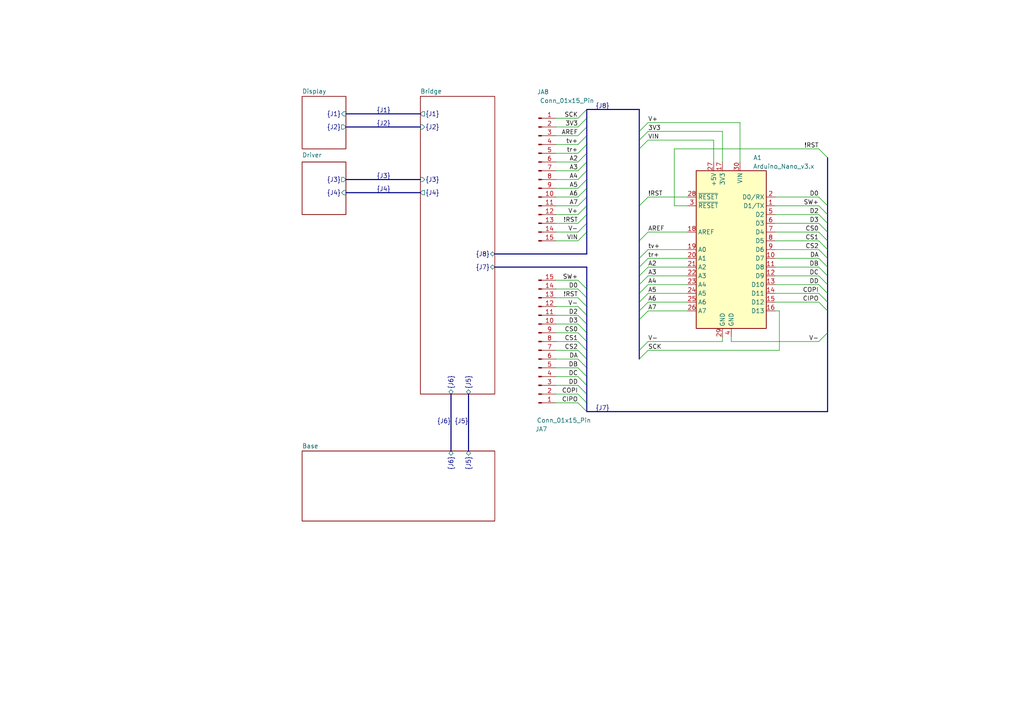
<source format=kicad_sch>
(kicad_sch (version 20230121) (generator eeschema)
  (paper "A4")
  (title_block (title "Heizungsregler Übersicht"))
  (lib_symbols
    (symbol "Connector:Conn_01x15_Pin" (pin_names (offset 1.016) hide)
      (property "Reference" "J" (at 0 20.32 0))
      (property "Value" "Conn_01x15_Pin" (at 0 -20.32 0))
      (symbol "Conn_01x15_Pin_1_1"
        (polyline (pts (xy 1.27 -17.78) (xy 0.8636 -17.78)) (stroke (width 0.1524)))
        (polyline (pts (xy 1.27 -15.24) (xy 0.8636 -15.24)) (stroke (width 0.1524)))
        (polyline (pts (xy 1.27 -12.7) (xy 0.8636 -12.7)) (stroke (width 0.1524)))
        (polyline (pts (xy 1.27 -10.16) (xy 0.8636 -10.16)) (stroke (width 0.1524)))
        (polyline (pts (xy 1.27 -7.62) (xy 0.8636 -7.62)) (stroke (width 0.1524)))
        (polyline (pts (xy 1.27 -5.08) (xy 0.8636 -5.08)) (stroke (width 0.1524)))
        (polyline (pts (xy 1.27 -2.54) (xy 0.8636 -2.54)) (stroke (width 0.1524)))
        (polyline (pts (xy 1.27 0) (xy 0.8636 0)) (stroke (width 0.1524)))
        (polyline (pts (xy 1.27 2.54) (xy 0.8636 2.54)) (stroke (width 0.1524)))
        (polyline (pts (xy 1.27 5.08) (xy 0.8636 5.08)) (stroke (width 0.1524)))
        (polyline (pts (xy 1.27 7.62) (xy 0.8636 7.62)) (stroke (width 0.1524)))
        (polyline (pts (xy 1.27 10.16) (xy 0.8636 10.16)) (stroke (width 0.1524)))
        (polyline (pts (xy 1.27 12.7) (xy 0.8636 12.7)) (stroke (width 0.1524)))
        (polyline (pts (xy 1.27 15.24) (xy 0.8636 15.24)) (stroke (width 0.1524)))
        (polyline (pts (xy 1.27 17.78) (xy 0.8636 17.78)) (stroke (width 0.1524)))
        (rectangle (start 0.8636 -17.653) (end 0 -17.907) (stroke (width 0.1524)) (fill (type outline)))
        (rectangle (start 0.8636 -15.113) (end 0 -15.367) (stroke (width 0.1524)) (fill (type outline)))
        (rectangle (start 0.8636 -12.573) (end 0 -12.827) (stroke (width 0.1524)) (fill (type outline)))
        (rectangle (start 0.8636 -10.033) (end 0 -10.287) (stroke (width 0.1524)) (fill (type outline)))
        (rectangle (start 0.8636 -7.493) (end 0 -7.747) (stroke (width 0.1524)) (fill (type outline)))
        (rectangle (start 0.8636 -4.953) (end 0 -5.207) (stroke (width 0.1524)) (fill (type outline)))
        (rectangle (start 0.8636 -2.413) (end 0 -2.667) (stroke (width 0.1524)) (fill (type outline)))
        (rectangle (start 0.8636 0.127) (end 0 -0.127) (stroke (width 0.1524)) (fill (type outline)))
        (rectangle (start 0.8636 2.667) (end 0 2.413) (stroke (width 0.1524)) (fill (type outline)))
        (rectangle (start 0.8636 5.207) (end 0 4.953) (stroke (width 0.1524)) (fill (type outline)))
        (rectangle (start 0.8636 7.747) (end 0 7.493) (stroke (width 0.1524)) (fill (type outline)))
        (rectangle (start 0.8636 10.287) (end 0 10.033) (stroke (width 0.1524)) (fill (type outline)))
        (rectangle (start 0.8636 12.827) (end 0 12.573) (stroke (width 0.1524)) (fill (type outline)))
        (rectangle (start 0.8636 15.367) (end 0 15.113) (stroke (width 0.1524)) (fill (type outline)))
        (rectangle (start 0.8636 17.907) (end 0 17.653) (stroke (width 0.1524)) (fill (type outline)))
        (pin passive line (at 5.08 17.78 180) (length 3.81) (name "Pin_1") (number "1"))
        (pin passive line (at 5.08 -5.08 180) (length 3.81) (name "Pin_10") (number "10"))
        (pin passive line (at 5.08 -7.62 180) (length 3.81) (name "Pin_11") (number "11"))
        (pin passive line (at 5.08 -10.16 180) (length 3.81) (name "Pin_12") (number "12"))
        (pin passive line (at 5.08 -12.7 180) (length 3.81) (name "Pin_13") (number "13"))
        (pin passive line (at 5.08 -15.24 180) (length 3.81) (name "Pin_14") (number "14"))
        (pin passive line (at 5.08 -17.78 180) (length 3.81) (name "Pin_15") (number "15"))
        (pin passive line (at 5.08 15.24 180) (length 3.81) (name "Pin_2") (number "2"))
        (pin passive line (at 5.08 12.7 180) (length 3.81) (name "Pin_3") (number "3"))
        (pin passive line (at 5.08 10.16 180) (length 3.81) (name "Pin_4") (number "4"))
        (pin passive line (at 5.08 7.62 180) (length 3.81) (name "Pin_5") (number "5"))
        (pin passive line (at 5.08 5.08 180) (length 3.81) (name "Pin_6") (number "6"))
        (pin passive line (at 5.08 2.54 180) (length 3.81) (name "Pin_7") (number "7"))
        (pin passive line (at 5.08 0 180) (length 3.81) (name "Pin_8") (number "8"))
        (pin passive line (at 5.08 -2.54 180) (length 3.81) (name "Pin_9") (number "9"))
      )
    )
    (symbol "MCU_Module:Arduino_Nano_v3.x"
      (property "Reference" "A" (at -10.16 23.495 0))
      (property "Value" "Arduino_Nano_v3.x" (at 5.08 -24.13 0))
      (symbol "Arduino_Nano_v3.x_0_1"
        (rectangle (start -10.16 22.86) (end 10.16 -22.86) (stroke (width 0.254)) (fill (type background)))
      )
      (symbol "Arduino_Nano_v3.x_1_1"
        (pin bidirectional line (at -12.7 12.7 0) (length 2.54) (name "D1/TX") (number "1"))
        (pin bidirectional line (at -12.7 -2.54 0) (length 2.54) (name "D7") (number "10"))
        (pin bidirectional line (at -12.7 -5.08 0) (length 2.54) (name "D8") (number "11"))
        (pin bidirectional line (at -12.7 -7.62 0) (length 2.54) (name "D9") (number "12"))
        (pin bidirectional line (at -12.7 -10.16 0) (length 2.54) (name "D10") (number "13"))
        (pin bidirectional line (at -12.7 -12.7 0) (length 2.54) (name "D11") (number "14"))
        (pin bidirectional line (at -12.7 -15.24 0) (length 2.54) (name "D12") (number "15"))
        (pin bidirectional line (at -12.7 -17.78 0) (length 2.54) (name "D13") (number "16"))
        (pin power_out line (at 2.54 25.4 270) (length 2.54) (name "3V3") (number "17"))
        (pin input line (at 12.7 5.08 180) (length 2.54) (name "AREF") (number "18"))
        (pin bidirectional line (at 12.7 0 180) (length 2.54) (name "A0") (number "19"))
        (pin bidirectional line (at -12.7 15.24 0) (length 2.54) (name "D0/RX") (number "2"))
        (pin bidirectional line (at 12.7 -2.54 180) (length 2.54) (name "A1") (number "20"))
        (pin bidirectional line (at 12.7 -5.08 180) (length 2.54) (name "A2") (number "21"))
        (pin bidirectional line (at 12.7 -7.62 180) (length 2.54) (name "A3") (number "22"))
        (pin bidirectional line (at 12.7 -10.16 180) (length 2.54) (name "A4") (number "23"))
        (pin bidirectional line (at 12.7 -12.7 180) (length 2.54) (name "A5") (number "24"))
        (pin bidirectional line (at 12.7 -15.24 180) (length 2.54) (name "A6") (number "25"))
        (pin bidirectional line (at 12.7 -17.78 180) (length 2.54) (name "A7") (number "26"))
        (pin power_out line (at 5.08 25.4 270) (length 2.54) (name "+5V") (number "27"))
        (pin input line (at 12.7 15.24 180) (length 2.54) (name "~{RESET}") (number "28"))
        (pin power_in line (at 2.54 -25.4 90) (length 2.54) (name "GND") (number "29"))
        (pin input line (at 12.7 12.7 180) (length 2.54) (name "~{RESET}") (number "3"))
        (pin power_in line (at -2.54 25.4 270) (length 2.54) (name "VIN") (number "30"))
        (pin power_in line (at 0 -25.4 90) (length 2.54) (name "GND") (number "4"))
        (pin bidirectional line (at -12.7 10.16 0) (length 2.54) (name "D2") (number "5"))
        (pin bidirectional line (at -12.7 7.62 0) (length 2.54) (name "D3") (number "6"))
        (pin bidirectional line (at -12.7 5.08 0) (length 2.54) (name "D4") (number "7"))
        (pin bidirectional line (at -12.7 2.54 0) (length 2.54) (name "D5") (number "8"))
        (pin bidirectional line (at -12.7 0 0) (length 2.54) (name "D6") (number "9"))
      )
    )
  )
  (bus_alias "J1" (members "d0A" "d0B" "d0C" "d0D" "d0E" "d0F" "d0G" "d0P" "V-" "V+"))
  (bus_alias "J7" (members "SW+" "D0" "D2" "D3" "CS0" "CS1" "CS2" "DA" "DB" "DC" "DD" "COPI" "CIPO" "V-" "!RST"))
  (bus_alias "J8" (members "VIN" "V-" "!RST" "V+" "A7" "A6" "A5" "A4" "A3" "A2" "tr+" "tv+" "AREF" "3V3" "SCK"))
  (bus_entry (at 185.42 74.93) (size 2.54 -2.54))
  (bus_entry (at 237.49 57.15) (size 2.54 2.54))
  (bus_entry (at 237.49 59.69) (size 2.54 2.54))
  (bus_entry (at 167.64 57.15) (size 2.54 -2.54))
  (bus_entry (at 185.42 59.69) (size 2.54 -2.54))
  (bus_entry (at 167.64 64.77) (size 2.54 -2.54))
  (bus_entry (at 185.42 85.09) (size 2.54 -2.54))
  (bus_entry (at 185.42 69.85) (size 2.54 -2.54))
  (bus_entry (at 237.49 72.39) (size 2.54 2.54))
  (bus_entry (at 187.96 35.56) (size -2.54 2.54))
  (bus_entry (at 167.64 67.31) (size 2.54 -2.54))
  (bus_entry (at 237.49 77.47) (size 2.54 2.54))
  (bus_entry (at 167.64 93.98) (size 2.54 2.54))
  (bus_entry (at 167.64 81.28) (size 2.54 2.54))
  (bus_entry (at 167.64 49.53) (size 2.54 -2.54))
  (bus_entry (at 185.42 92.71) (size 2.54 -2.54))
  (bus_entry (at 167.64 116.84) (size 2.54 2.54))
  (bus_entry (at 167.64 109.22) (size 2.54 2.54))
  (bus_entry (at 167.64 106.68) (size 2.54 2.54))
  (bus_entry (at 237.49 64.77) (size 2.54 2.54))
  (bus_entry (at 185.42 90.17) (size 2.54 -2.54))
  (bus_entry (at 167.64 99.06) (size 2.54 2.54))
  (bus_entry (at 185.42 82.55) (size 2.54 -2.54))
  (bus_entry (at 167.64 114.3) (size 2.54 2.54))
  (bus_entry (at 187.96 99.06) (size -2.54 2.54))
  (bus_entry (at 237.49 74.93) (size 2.54 2.54))
  (bus_entry (at 167.64 54.61) (size 2.54 -2.54))
  (bus_entry (at 167.64 39.37) (size 2.54 -2.54))
  (bus_entry (at 167.64 104.14) (size 2.54 2.54))
  (bus_entry (at 240.03 90.17) (size -2.54 -2.54))
  (bus_entry (at 167.64 36.83) (size 2.54 -2.54))
  (bus_entry (at 237.49 62.23) (size 2.54 2.54))
  (bus_entry (at 240.03 87.63) (size -2.54 -2.54))
  (bus_entry (at 167.64 101.6) (size 2.54 2.54))
  (bus_entry (at 167.64 52.07) (size 2.54 -2.54))
  (bus_entry (at 237.49 99.06) (size 2.54 -2.54))
  (bus_entry (at 167.64 41.91) (size 2.54 -2.54))
  (bus_entry (at 185.42 77.47) (size 2.54 -2.54))
  (bus_entry (at 185.42 80.01) (size 2.54 -2.54))
  (bus_entry (at 187.96 38.1) (size -2.54 2.54))
  (bus_entry (at 167.64 34.29) (size 2.54 -2.54))
  (bus_entry (at 187.96 40.64) (size -2.54 2.54))
  (bus_entry (at 167.64 44.45) (size 2.54 -2.54))
  (bus_entry (at 237.49 67.31) (size 2.54 2.54))
  (bus_entry (at 167.64 62.23) (size 2.54 -2.54))
  (bus_entry (at 167.64 86.36) (size 2.54 2.54))
  (bus_entry (at 237.49 82.55) (size 2.54 2.54))
  (bus_entry (at 167.64 88.9) (size 2.54 2.54))
  (bus_entry (at 237.49 80.01) (size 2.54 2.54))
  (bus_entry (at 167.64 111.76) (size 2.54 2.54))
  (bus_entry (at 167.64 69.85) (size 2.54 -2.54))
  (bus_entry (at 167.64 59.69) (size 2.54 -2.54))
  (bus_entry (at 167.64 83.82) (size 2.54 2.54))
  (bus_entry (at 185.42 87.63) (size 2.54 -2.54))
  (bus_entry (at 237.49 43.18) (size 2.54 2.54))
  (bus_entry (at 237.49 69.85) (size 2.54 2.54))
  (bus_entry (at 167.64 96.52) (size 2.54 2.54))
  (bus_entry (at 167.64 91.44) (size 2.54 2.54))
  (bus_entry (at 185.42 104.14) (size 2.54 -2.54))
  (bus_entry (at 167.64 46.99) (size 2.54 -2.54))
  (bus (pts (xy 185.42 80.01) (xy 185.42 82.55)))
  (bus (pts (xy 185.42 82.55) (xy 185.42 85.09)))
  (wire (pts (xy 161.29 83.82) (xy 167.64 83.82)))
  (bus (pts (xy 185.42 69.85) (xy 185.42 74.93)))
  (bus (pts (xy 240.03 80.01) (xy 240.03 82.55)))
  (wire (pts (xy 161.29 36.83) (xy 167.64 36.83)))
  (wire (pts (xy 161.29 34.29) (xy 167.64 34.29)))
  (bus (pts (xy 170.18 91.44) (xy 170.18 93.98)))
  (wire (pts (xy 187.96 72.39) (xy 199.39 72.39)))
  (bus (pts (xy 170.18 39.37) (xy 170.18 36.83)))
  (wire (pts (xy 161.29 69.85) (xy 167.64 69.85)))
  (bus (pts (xy 170.18 104.14) (xy 170.18 106.68)))
  (bus (pts (xy 185.42 90.17) (xy 185.42 92.71)))
  (bus (pts (xy 100.33 33.02) (xy 121.92 33.02)))
  (bus (pts (xy 170.18 36.83) (xy 170.18 34.29)))
  (wire (pts (xy 212.09 99.06) (xy 237.49 99.06)))
  (wire (pts (xy 226.06 90.17) (xy 226.06 101.6)))
  (bus (pts (xy 170.18 116.84) (xy 170.18 119.38)))
  (bus (pts (xy 170.18 101.6) (xy 170.18 104.14)))
  (wire (pts (xy 161.29 106.68) (xy 167.64 106.68)))
  (bus (pts (xy 240.03 74.93) (xy 240.03 77.47)))
  (bus (pts (xy 240.03 62.23) (xy 240.03 64.77)))
  (bus (pts (xy 185.42 40.64) (xy 185.42 43.18)))
  (bus (pts (xy 100.33 52.07) (xy 121.92 52.07)))
  (wire (pts (xy 187.96 87.63) (xy 199.39 87.63)))
  (wire (pts (xy 195.58 59.69) (xy 195.58 43.18)))
  (wire (pts (xy 161.29 109.22) (xy 167.64 109.22)))
  (bus (pts (xy 240.03 85.09) (xy 240.03 87.63)))
  (bus (pts (xy 170.18 106.68) (xy 170.18 109.22)))
  (bus (pts (xy 170.18 119.38) (xy 240.03 119.38)))
  (bus (pts (xy 170.18 111.76) (xy 170.18 114.3)))
  (bus (pts (xy 170.18 83.82) (xy 170.18 86.36)))
  (wire (pts (xy 161.29 64.77) (xy 167.64 64.77)))
  (wire (pts (xy 224.79 90.17) (xy 226.06 90.17)))
  (bus (pts (xy 185.42 85.09) (xy 185.42 87.63)))
  (bus (pts (xy 170.18 67.31) (xy 170.18 64.77)))
  (wire (pts (xy 187.96 77.47) (xy 199.39 77.47)))
  (wire (pts (xy 161.29 67.31) (xy 167.64 67.31)))
  (wire (pts (xy 224.79 64.77) (xy 237.49 64.77)))
  (wire (pts (xy 224.79 82.55) (xy 237.49 82.55)))
  (bus (pts (xy 170.18 64.77) (xy 170.18 62.23)))
  (wire (pts (xy 195.58 43.18) (xy 237.49 43.18)))
  (wire (pts (xy 161.29 104.14) (xy 167.64 104.14)))
  (bus (pts (xy 170.18 93.98) (xy 170.18 96.52)))
  (wire (pts (xy 187.96 74.93) (xy 199.39 74.93)))
  (bus (pts (xy 240.03 64.77) (xy 240.03 67.31)))
  (wire (pts (xy 224.79 72.39) (xy 237.49 72.39)))
  (bus (pts (xy 170.18 34.29) (xy 170.18 31.75)))
  (bus (pts (xy 170.18 96.52) (xy 170.18 99.06)))
  (bus (pts (xy 170.18 99.06) (xy 170.18 101.6)))
  (bus (pts (xy 240.03 87.63) (xy 240.03 90.17)))
  (bus (pts (xy 135.89 114.3) (xy 135.89 130.81)))
  (bus (pts (xy 100.33 55.88) (xy 121.92 55.88)))
  (bus (pts (xy 170.18 59.69) (xy 170.18 57.15)))
  (bus (pts (xy 185.42 101.6) (xy 185.42 104.14)))
  (bus (pts (xy 185.42 59.69) (xy 185.42 69.85)))
  (wire (pts (xy 161.29 93.98) (xy 167.64 93.98)))
  (wire (pts (xy 187.96 57.15) (xy 199.39 57.15)))
  (wire (pts (xy 199.39 59.69) (xy 195.58 59.69)))
  (bus (pts (xy 170.18 86.36) (xy 170.18 88.9)))
  (bus (pts (xy 240.03 90.17) (xy 240.03 96.52)))
  (bus (pts (xy 170.18 41.91) (xy 170.18 39.37)))
  (wire (pts (xy 224.79 87.63) (xy 237.49 87.63)))
  (bus (pts (xy 170.18 46.99) (xy 170.18 44.45)))
  (bus (pts (xy 185.42 31.75) (xy 185.42 38.1)))
  (bus (pts (xy 100.33 36.83) (xy 121.92 36.83)))
  (wire (pts (xy 161.29 39.37) (xy 167.64 39.37)))
  (wire (pts (xy 161.29 116.84) (xy 167.64 116.84)))
  (wire (pts (xy 187.96 99.06) (xy 209.55 99.06)))
  (bus (pts (xy 130.81 114.3) (xy 130.81 130.81)))
  (bus (pts (xy 170.18 31.75) (xy 185.42 31.75)))
  (bus (pts (xy 170.18 114.3) (xy 170.18 116.84)))
  (bus (pts (xy 170.18 54.61) (xy 170.18 52.07)))
  (wire (pts (xy 161.29 91.44) (xy 167.64 91.44)))
  (wire (pts (xy 187.96 40.64) (xy 207.01 40.64)))
  (wire (pts (xy 161.29 96.52) (xy 167.64 96.52)))
  (wire (pts (xy 214.63 35.56) (xy 214.63 46.99)))
  (wire (pts (xy 224.79 69.85) (xy 237.49 69.85)))
  (bus (pts (xy 240.03 59.69) (xy 240.03 62.23)))
  (wire (pts (xy 187.96 80.01) (xy 199.39 80.01)))
  (wire (pts (xy 187.96 67.31) (xy 199.39 67.31)))
  (bus (pts (xy 170.18 77.47) (xy 170.18 83.82)))
  (wire (pts (xy 187.96 101.6) (xy 226.06 101.6)))
  (wire (pts (xy 161.29 57.15) (xy 167.64 57.15)))
  (bus (pts (xy 170.18 44.45) (xy 170.18 41.91)))
  (bus (pts (xy 170.18 52.07) (xy 170.18 49.53)))
  (bus (pts (xy 170.18 57.15) (xy 170.18 54.61)))
  (wire (pts (xy 209.55 46.99) (xy 209.55 38.1)))
  (wire (pts (xy 161.29 114.3) (xy 167.64 114.3)))
  (wire (pts (xy 224.79 59.69) (xy 237.49 59.69)))
  (wire (pts (xy 209.55 99.06) (xy 209.55 97.79)))
  (bus (pts (xy 170.18 73.66) (xy 170.18 67.31)))
  (wire (pts (xy 187.96 90.17) (xy 199.39 90.17)))
  (wire (pts (xy 187.96 35.56) (xy 214.63 35.56)))
  (wire (pts (xy 224.79 57.15) (xy 237.49 57.15)))
  (wire (pts (xy 161.29 88.9) (xy 167.64 88.9)))
  (bus (pts (xy 185.42 43.18) (xy 185.42 59.69)))
  (wire (pts (xy 224.79 67.31) (xy 237.49 67.31)))
  (wire (pts (xy 161.29 46.99) (xy 167.64 46.99)))
  (wire (pts (xy 161.29 99.06) (xy 167.64 99.06)))
  (wire (pts (xy 224.79 74.93) (xy 237.49 74.93)))
  (bus (pts (xy 143.51 73.66) (xy 170.18 73.66)))
  (wire (pts (xy 207.01 40.64) (xy 207.01 46.99)))
  (wire (pts (xy 187.96 82.55) (xy 199.39 82.55)))
  (bus (pts (xy 185.42 92.71) (xy 185.42 101.6)))
  (wire (pts (xy 161.29 81.28) (xy 167.64 81.28)))
  (bus (pts (xy 170.18 109.22) (xy 170.18 111.76)))
  (wire (pts (xy 161.29 49.53) (xy 167.64 49.53)))
  (bus (pts (xy 240.03 69.85) (xy 240.03 72.39)))
  (bus (pts (xy 170.18 88.9) (xy 170.18 91.44)))
  (wire (pts (xy 224.79 77.47) (xy 237.49 77.47)))
  (wire (pts (xy 161.29 111.76) (xy 167.64 111.76)))
  (bus (pts (xy 185.42 74.93) (xy 185.42 77.47)))
  (bus (pts (xy 240.03 67.31) (xy 240.03 69.85)))
  (bus (pts (xy 143.51 77.47) (xy 170.18 77.47)))
  (wire (pts (xy 187.96 38.1) (xy 209.55 38.1)))
  (wire (pts (xy 161.29 59.69) (xy 167.64 59.69)))
  (wire (pts (xy 187.96 85.09) (xy 199.39 85.09)))
  (bus (pts (xy 240.03 45.72) (xy 240.03 59.69)))
  (wire (pts (xy 161.29 41.91) (xy 167.64 41.91)))
  (wire (pts (xy 161.29 62.23) (xy 167.64 62.23)))
  (bus (pts (xy 185.42 77.47) (xy 185.42 80.01)))
  (bus (pts (xy 240.03 77.47) (xy 240.03 80.01)))
  (wire (pts (xy 161.29 101.6) (xy 167.64 101.6)))
  (bus (pts (xy 240.03 82.55) (xy 240.03 85.09)))
  (wire (pts (xy 224.79 80.01) (xy 237.49 80.01)))
  (wire (pts (xy 212.09 97.79) (xy 212.09 99.06)))
  (bus (pts (xy 185.42 87.63) (xy 185.42 90.17)))
  (wire (pts (xy 224.79 85.09) (xy 237.49 85.09)))
  (wire (pts (xy 161.29 54.61) (xy 167.64 54.61)))
  (wire (pts (xy 161.29 44.45) (xy 167.64 44.45)))
  (wire (pts (xy 224.79 62.23) (xy 237.49 62.23)))
  (bus (pts (xy 240.03 72.39) (xy 240.03 74.93)))
  (wire (pts (xy 161.29 52.07) (xy 167.64 52.07)))
  (wire (pts (xy 161.29 86.36) (xy 167.64 86.36)))
  (bus (pts (xy 240.03 119.38) (xy 240.03 96.52)))
  (bus (pts (xy 170.18 49.53) (xy 170.18 46.99)))
  (bus (pts (xy 185.42 38.1) (xy 185.42 40.64)))
  (bus (pts (xy 170.18 62.23) (xy 170.18 59.69)))
  (label "!RST" (at 167.64 86.36 180))
  (label "CS1" (at 237.49 69.85 180))
  (label "VIN" (at 167.64 69.85 180))
  (label "CS2" (at 167.64 101.6 180))
  (label "A3" (at 167.64 49.53 180))
  (label "!RST" (at 237.49 43.18 180))
  (label "A2" (at 167.64 46.99 180))
  (label "{J6}" (at 130.81 123.19 180))
  (label "CIPO" (at 167.64 116.84 180))
  (label "SCK" (at 187.96 101.6 0))
  (label "A6" (at 187.96 87.63 0))
  (label "AREF" (at 167.64 39.37 180))
  (label "A5" (at 187.96 85.09 0))
  (label "{J5}" (at 135.89 123.19 180))
  (label "3V3" (at 167.64 36.83 180))
  (label "tr+" (at 167.64 44.45 180))
  (label "D3" (at 237.49 64.77 180))
  (label "{J7}" (at 172.72 119.38 0))
  (label "3V3" (at 187.96 38.1 0))
  (label "A4" (at 167.64 52.07 180))
  (label "SCK" (at 167.64 34.29 180))
  (label "V+" (at 187.96 35.56 0))
  (label "V-" (at 167.64 67.31 180))
  (label "V-" (at 187.96 99.06 0))
  (label "DB" (at 237.49 77.47 180))
  (label "A4" (at 187.96 82.55 0))
  (label "{J8}" (at 172.72 31.75 0))
  (label "A6" (at 167.64 57.15 180))
  (label "COPI" (at 167.64 114.3 180))
  (label "!RST" (at 167.64 64.77 180))
  (label "A5" (at 167.64 54.61 180))
  (label "DD" (at 167.64 111.76 180))
  (label "A2" (at 187.96 77.47 0))
  (label "DD" (at 237.49 82.55 180))
  (label "CS0" (at 167.64 96.52 180))
  (label "!RST" (at 187.96 57.15 0))
  (label "D2" (at 237.49 62.23 180))
  (label "{J2}" (at 109.22 36.83 0))
  (label "CS0" (at 237.49 67.31 180))
  (label "tv+" (at 167.64 41.91 180))
  (label "{J3}" (at 109.22 52.07 0))
  (label "DA" (at 237.49 74.93 180))
  (label "SW+" (at 237.49 59.69 180))
  (label "DB" (at 167.64 106.68 180))
  (label "D2" (at 167.64 91.44 180))
  (label "A7" (at 167.64 59.69 180))
  (label "DC" (at 237.49 80.01 180))
  (label "{J1}" (at 109.22 33.02 0))
  (label "CS1" (at 167.64 99.06 180))
  (label "V+" (at 167.64 62.23 180))
  (label "COPI" (at 237.49 85.09 180))
  (label "V-" (at 237.49 99.06 180))
  (label "tv+" (at 187.96 72.39 0))
  (label "DC" (at 167.64 109.22 180))
  (label "V-" (at 167.64 88.9 180))
  (label "VIN" (at 187.96 40.64 0))
  (label "A7" (at 187.96 90.17 0))
  (label "SW+" (at 167.64 81.28 180))
  (label "{J4}" (at 109.22 55.88 0))
  (label "DA" (at 167.64 104.14 180))
  (label "tr+" (at 187.96 74.93 0))
  (label "A3" (at 187.96 80.01 0))
  (label "CS2" (at 237.49 72.39 180))
  (label "D3" (at 167.64 93.98 180))
  (label "AREF" (at 187.96 67.31 0))
  (label "D0" (at 237.49 57.15 180))
  (label "CIPO" (at 237.49 87.63 180))
  (label "D0" (at 167.64 83.82 180))
  (symbol (lib_id "Connector:Conn_01x15_Pin") (at 156.21 52.07 0) (unit 1)
    (property "Reference" "JA8" (at 157.48 26.67 0))
    (property "Value" "Conn_01x15_Pin" (at 164.465 29.21 0))
    (property "Footprint" "Connector_PinHeader_2.54mm:PinHeader_1x15_P2.54mm_Vertical" (effects hide))
  )
  (symbol (lib_id "MCU_Module:Arduino_Nano_v3.x") (at 212.09 72.39 0) (mirror y) (unit 1)
    (property "Reference" "A1" (at 220.98 45.72 0) (effects (justify left)))
    (property "Value" "Arduino_Nano_v3.x" (at 236.22 48.26 0) (effects (justify left)))
    (property "Footprint" "Module:Arduino_Nano" (effects hide))
    (property "Datasheet" "http://www.mouser.com/pdfdocs/Gravitech_Arduino_Nano3_0.pdf" (effects hide))
  )
  (symbol (lib_id "Connector:Conn_01x15_Pin") (at 156.21 99.06 0) (mirror x) (unit 1)
    (property "Reference" "JA7" (at 158.75 124.46 0) (effects (justify right)))
    (property "Value" "Conn_01x15_Pin" (at 171.45 121.92 0) (effects (justify right)))
    (property "Footprint" "Connector_PinHeader_2.54mm:PinHeader_1x15_P2.54mm_Vertical" (effects hide))
  )
  (sheet (at 121.92 27.94) (size 21.59 86.36) (stroke (width 0.1524))
    (property "Sheetname" "Bridge" (at 121.92 27.2284 0) (effects (justify left bottom)))
    (property "Sheetfile" "bridge.kicad_sch" (effects hide))
    (pin "{J1}" output (at 121.92 33.02 180))
    (pin "{J2}" input (at 121.92 36.83 180))
    (pin "{J3}" input (at 121.92 52.07 180))
    (pin "{J5}" bidirectional (at 135.89 114.3 270))
    (pin "{J6}" bidirectional (at 130.81 114.3 270))
    (pin "{J4}" output (at 121.92 55.88 180))
    (pin "{J7}" bidirectional (at 143.51 77.47 0))
    (pin "{J8}" bidirectional (at 143.51 73.66 0))
  )
  (sheet (at 87.63 46.99) (size 12.7 15.24) (stroke (width 0.1524))
    (property "Sheetname" "Driver" (at 87.63 45.72 0) (effects (justify left bottom)))
    (property "Sheetfile" "driver.kicad_sch" (effects hide))
    (pin "{J3}" output (at 100.33 52.07 0))
    (pin "{J4}" input (at 100.33 55.88 0))
  )
  (sheet (at 87.63 27.94) (size 12.7 15.24) (stroke (width 0.1524))
    (property "Sheetname" "Display" (at 87.63 27.2284 0) (effects (justify left bottom)))
    (property "Sheetfile" "display.kicad_sch" (effects hide))
    (pin "{J1}" input (at 100.33 33.02 0))
    (pin "{J2}" output (at 100.33 36.83 0))
  )
  (sheet (at 87.63 130.81) (size 55.88 20.32) (stroke (width 0.1524))
    (property "Sheetname" "Base" (at 87.63 130.0984 0) (effects (justify left bottom)))
    (property "Sheetfile" "base.kicad_sch" (effects hide))
    (pin "{J5}" bidirectional (at 135.89 130.81 90))
    (pin "{J6}" bidirectional (at 130.81 130.81 90))
  )
)
</source>
